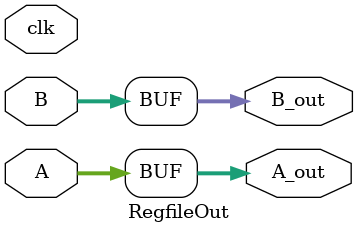
<source format=v>
module RegfileOut(
    input [31:0] A,
    input [31:0] B,
    input clk,
    output reg [31:0] A_out,
    output reg [31:0] B_out
);
always @(clk)begin
    A_out <= A;
    B_out <= B;
end

endmodule
</source>
